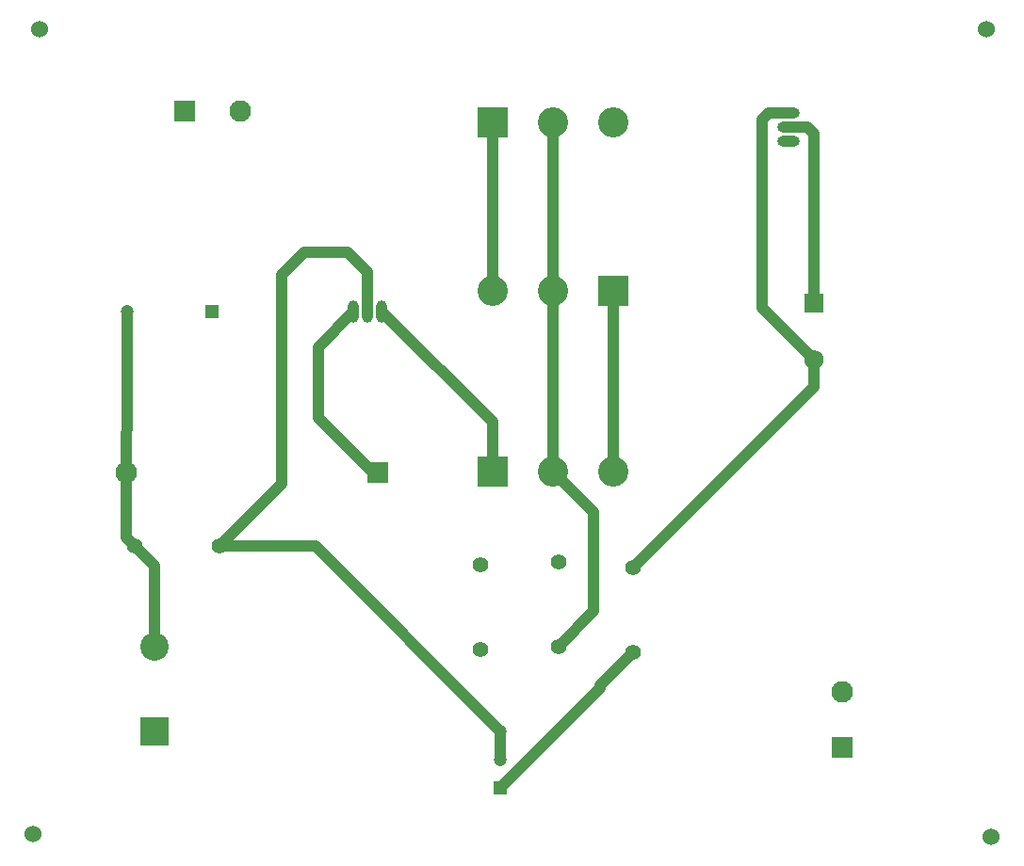
<source format=gtl>
G04 Layer_Physical_Order=1*
G04 Layer_Color=255*
%FSLAX25Y25*%
%MOIN*%
G70*
G01*
G75*
%ADD10C,0.04000*%
%ADD11O,0.07874X0.03937*%
%ADD12O,0.07874X0.03937*%
%ADD13R,0.06900X0.06900*%
%ADD14C,0.06900*%
%ADD15R,0.10689X0.10689*%
%ADD16C,0.10689*%
%ADD17C,0.05512*%
%ADD18R,0.07677X0.07677*%
%ADD19C,0.07677*%
%ADD20O,0.03937X0.07874*%
%ADD21O,0.03937X0.07874*%
%ADD22R,0.04724X0.04724*%
%ADD23C,0.04724*%
%ADD24R,0.07677X0.07677*%
%ADD25R,0.04724X0.04724*%
%ADD26C,0.06000*%
%ADD27C,0.10000*%
%ADD28R,0.10000X0.10000*%
D10*
X43500Y169000D02*
Y197000D01*
X43000Y140000D02*
X43500Y169000D01*
X53000Y78500D02*
Y107000D01*
X46000Y114000D02*
X53000Y107000D01*
X43000Y117000D02*
Y140000D01*
Y117000D02*
X46000Y114000D01*
X76000D02*
X110000D01*
X175500Y48500D01*
X286500Y170500D02*
Y180000D01*
X222500Y106500D02*
X286500Y170500D01*
X210600Y64600D02*
X222500Y76500D01*
X210600Y63600D02*
Y64600D01*
X175500Y28500D02*
X210600Y63600D01*
X270516Y267500D02*
X277500D01*
X268016Y265000D02*
X270516Y267500D01*
X268016Y198484D02*
Y265000D01*
Y198484D02*
X286500Y180000D01*
Y200100D02*
Y260000D01*
X284000Y262500D02*
X286500Y260000D01*
X277500Y262500D02*
X284000D01*
X194043Y172400D02*
Y204500D01*
X194043Y172400D02*
X194043Y172400D01*
X194043Y140500D02*
Y172400D01*
X194000Y234243D02*
Y264000D01*
Y234243D02*
X194043Y234200D01*
Y204500D02*
Y234200D01*
X175500Y38500D02*
Y48500D01*
X172543Y234243D02*
X172587Y234200D01*
X208500Y91000D02*
Y126043D01*
X196000Y78500D02*
X208500Y91000D01*
X194043Y140500D02*
X208500Y126043D01*
X128500Y197000D02*
Y211000D01*
X121500Y218000D02*
X128500Y211000D01*
X106000Y218000D02*
X121500D01*
X98000Y210000D02*
X106000Y218000D01*
X98000Y136000D02*
Y210000D01*
X76000Y114000D02*
X98000Y136000D01*
X111000Y184500D02*
X123500Y197000D01*
X111000Y159500D02*
Y184500D01*
X130500Y140000D02*
X131976D01*
X111000Y159500D02*
X130500Y140000D01*
X133500Y197000D02*
X172587Y157913D01*
Y140500D02*
Y157913D01*
Y204500D02*
Y205500D01*
Y234200D01*
X215500Y140500D02*
Y203500D01*
Y204500D01*
X172543Y234243D02*
Y263000D01*
Y264000D01*
D11*
X277500Y257500D02*
D03*
Y267500D02*
D03*
D12*
Y262500D02*
D03*
D13*
X286500Y200100D02*
D03*
D14*
Y180000D02*
D03*
D15*
X172543Y264000D02*
D03*
X215500Y204500D02*
D03*
X172587Y140500D02*
D03*
D16*
X194000Y264000D02*
D03*
X215457D02*
D03*
X194043Y204500D02*
D03*
X172587D02*
D03*
X194043Y140500D02*
D03*
X215500D02*
D03*
D17*
X222500Y106500D02*
D03*
Y76500D02*
D03*
X168500Y77500D02*
D03*
Y107500D02*
D03*
X196000Y78500D02*
D03*
Y108500D02*
D03*
X76000Y114000D02*
D03*
X46000D02*
D03*
D18*
X296500Y42657D02*
D03*
D19*
Y62343D02*
D03*
X43000Y140000D02*
D03*
X83343Y268000D02*
D03*
D20*
X133500Y197000D02*
D03*
X123500D02*
D03*
D21*
X128500D02*
D03*
D22*
X53000Y48500D02*
D03*
X175500Y28500D02*
D03*
D23*
X53000Y78500D02*
D03*
X43500Y197000D02*
D03*
X175500Y38500D02*
D03*
Y48500D02*
D03*
D24*
X131976Y140000D02*
D03*
X63657Y268000D02*
D03*
D25*
X73500Y197000D02*
D03*
D26*
X12500Y297000D02*
D03*
X347500D02*
D03*
X349000Y11000D02*
D03*
X10000Y12000D02*
D03*
X172587Y205500D02*
D03*
X194043Y204500D02*
D03*
X215500Y203500D02*
D03*
Y140500D02*
D03*
X194043D02*
D03*
X172587D02*
D03*
X215457Y264000D02*
D03*
X194000D02*
D03*
X172543Y263000D02*
D03*
X131976Y140000D02*
D03*
X43000D02*
D03*
D27*
X53000Y78500D02*
D03*
D28*
Y48500D02*
D03*
M02*

</source>
